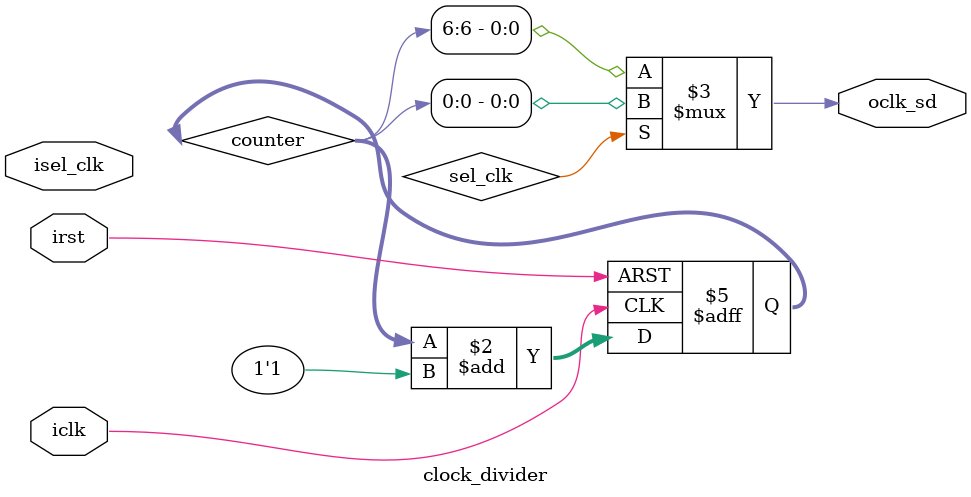
<source format=v>

module clock_divider (
  input irst,      // Global reset
  input iclk,      // Reference clock
  input isel_clk,  // Select slow (0) or fast (1) clock
  output oclk_sd
);

  reg [7:0] counter = 7'b0; 
  always @(posedge iclk or posedge irst) begin
    if (irst)
      counter <= 7'b0;
    else
      counter <= counter + 1'b1;  
  end

  assign oclk_sd = sel_clk ? counter[0] : counter[6];

endmodule

</source>
